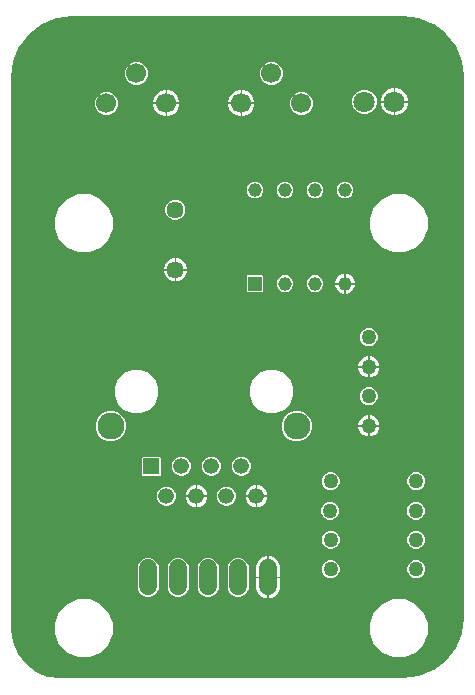
<source format=gbr>
G04 EAGLE Gerber RS-274X export*
G75*
%MOMM*%
%FSLAX34Y34*%
%LPD*%
%INBottom Copper*%
%IPPOS*%
%AMOC8*
5,1,8,0,0,1.08239X$1,22.5*%
G01*
G04 Define Apertures*
%ADD10C,1.800000*%
%ADD11C,1.260000*%
%ADD12C,1.524000*%
%ADD13C,1.700000*%
%ADD14C,2.280000*%
%ADD15R,1.335000X1.335000*%
%ADD16C,1.335000*%
%ADD17C,1.450000*%
%ADD18R,1.170000X1.170000*%
%ADD19C,1.170000*%
G36*
X314768Y2039D02*
X314669Y2032D01*
X24310Y2032D01*
X24211Y2039D01*
X13712Y3421D01*
X13519Y3472D01*
X3736Y7525D01*
X3563Y7624D01*
X-4838Y14071D01*
X-4979Y14212D01*
X-11426Y22613D01*
X-11525Y22786D01*
X-15578Y32569D01*
X-15629Y32762D01*
X-17011Y43261D01*
X-17018Y43360D01*
X-17018Y511475D01*
X-17011Y511575D01*
X-15282Y524711D01*
X-15231Y524903D01*
X-10160Y537145D01*
X-10061Y537317D01*
X-1995Y547829D01*
X-1854Y547970D01*
X8658Y556036D01*
X8830Y556135D01*
X21072Y561206D01*
X21264Y561257D01*
X34400Y562986D01*
X34500Y562993D01*
X314902Y562993D01*
X315001Y562986D01*
X328047Y561269D01*
X328239Y561218D01*
X340395Y556182D01*
X340568Y556083D01*
X351007Y548072D01*
X351147Y547932D01*
X359158Y537493D01*
X359257Y537320D01*
X364293Y525164D01*
X364344Y524972D01*
X366061Y511926D01*
X366068Y511827D01*
X366068Y53431D01*
X366061Y53332D01*
X364336Y40226D01*
X364285Y40034D01*
X359226Y27821D01*
X359126Y27649D01*
X351079Y17161D01*
X350939Y17021D01*
X340451Y8974D01*
X340279Y8874D01*
X328066Y3815D01*
X327874Y3764D01*
X314768Y2039D01*
G37*
%LPC*%
G36*
X201257Y504580D02*
X205143Y504580D01*
X208734Y506067D01*
X211483Y508816D01*
X212970Y512407D01*
X212970Y516293D01*
X211483Y519884D01*
X208734Y522633D01*
X205143Y524120D01*
X201257Y524120D01*
X197666Y522633D01*
X194917Y519884D01*
X193430Y516293D01*
X193430Y512407D01*
X194917Y508816D01*
X197666Y506067D01*
X201257Y504580D01*
G37*
G36*
X86957Y504580D02*
X90843Y504580D01*
X94434Y506067D01*
X97183Y508816D01*
X98670Y512407D01*
X98670Y516293D01*
X97183Y519884D01*
X94434Y522633D01*
X90843Y524120D01*
X86957Y524120D01*
X83366Y522633D01*
X80617Y519884D01*
X79130Y516293D01*
X79130Y512407D01*
X80617Y508816D01*
X83366Y506067D01*
X86957Y504580D01*
G37*
G36*
X295800Y490982D02*
X306578Y490982D01*
X306578Y501760D01*
X305045Y501760D01*
X300803Y500003D01*
X297557Y496757D01*
X295800Y492515D01*
X295800Y490982D01*
G37*
G36*
X308102Y490982D02*
X318880Y490982D01*
X318880Y492515D01*
X317123Y496757D01*
X313877Y500003D01*
X309635Y501760D01*
X308102Y501760D01*
X308102Y490982D01*
G37*
G36*
X279897Y479950D02*
X283983Y479950D01*
X287758Y481514D01*
X290646Y484403D01*
X292210Y488177D01*
X292210Y492263D01*
X290646Y496038D01*
X287758Y498926D01*
X283983Y500490D01*
X279897Y500490D01*
X276123Y498926D01*
X273234Y496038D01*
X271670Y492263D01*
X271670Y488177D01*
X273234Y484403D01*
X276123Y481514D01*
X279897Y479950D01*
G37*
G36*
X166760Y489712D02*
X177038Y489712D01*
X177038Y499990D01*
X175604Y499990D01*
X171546Y498309D01*
X168441Y495204D01*
X166760Y491146D01*
X166760Y489712D01*
G37*
G36*
X103260Y489712D02*
X113538Y489712D01*
X113538Y499990D01*
X112104Y499990D01*
X108046Y498309D01*
X104941Y495204D01*
X103260Y491146D01*
X103260Y489712D01*
G37*
G36*
X115062Y489712D02*
X125340Y489712D01*
X125340Y491146D01*
X123659Y495204D01*
X120554Y498309D01*
X116496Y499990D01*
X115062Y499990D01*
X115062Y489712D01*
G37*
G36*
X178562Y489712D02*
X188840Y489712D01*
X188840Y491146D01*
X187159Y495204D01*
X184054Y498309D01*
X179996Y499990D01*
X178562Y499990D01*
X178562Y489712D01*
G37*
G36*
X226657Y479180D02*
X230543Y479180D01*
X234134Y480667D01*
X236883Y483416D01*
X238370Y487007D01*
X238370Y490893D01*
X236883Y494484D01*
X234134Y497233D01*
X230543Y498720D01*
X226657Y498720D01*
X223066Y497233D01*
X220317Y494484D01*
X218830Y490893D01*
X218830Y487007D01*
X220317Y483416D01*
X223066Y480667D01*
X226657Y479180D01*
G37*
G36*
X61557Y479180D02*
X65443Y479180D01*
X69034Y480667D01*
X71783Y483416D01*
X73270Y487007D01*
X73270Y490893D01*
X71783Y494484D01*
X69034Y497233D01*
X65443Y498720D01*
X61557Y498720D01*
X57966Y497233D01*
X55217Y494484D01*
X53730Y490893D01*
X53730Y487007D01*
X55217Y483416D01*
X57966Y480667D01*
X61557Y479180D01*
G37*
G36*
X308102Y478680D02*
X309635Y478680D01*
X313877Y480437D01*
X317123Y483683D01*
X318880Y487925D01*
X318880Y489458D01*
X308102Y489458D01*
X308102Y478680D01*
G37*
G36*
X305045Y478680D02*
X306578Y478680D01*
X306578Y489458D01*
X295800Y489458D01*
X295800Y487925D01*
X297557Y483683D01*
X300803Y480437D01*
X305045Y478680D01*
G37*
G36*
X178562Y477910D02*
X179996Y477910D01*
X184054Y479591D01*
X187159Y482696D01*
X188840Y486754D01*
X188840Y488188D01*
X178562Y488188D01*
X178562Y477910D01*
G37*
G36*
X175604Y477910D02*
X177038Y477910D01*
X177038Y488188D01*
X166760Y488188D01*
X166760Y486754D01*
X168441Y482696D01*
X171546Y479591D01*
X175604Y477910D01*
G37*
G36*
X115062Y477910D02*
X116496Y477910D01*
X120554Y479591D01*
X123659Y482696D01*
X125340Y486754D01*
X125340Y488188D01*
X115062Y488188D01*
X115062Y477910D01*
G37*
G36*
X112104Y477910D02*
X113538Y477910D01*
X113538Y488188D01*
X103260Y488188D01*
X103260Y486754D01*
X104941Y482696D01*
X108046Y479591D01*
X112104Y477910D01*
G37*
G36*
X264014Y408500D02*
X266846Y408500D01*
X269463Y409584D01*
X271466Y411587D01*
X272550Y414204D01*
X272550Y417036D01*
X271466Y419653D01*
X269463Y421656D01*
X266846Y422740D01*
X264014Y422740D01*
X261397Y421656D01*
X259394Y419653D01*
X258310Y417036D01*
X258310Y414204D01*
X259394Y411587D01*
X261397Y409584D01*
X264014Y408500D01*
G37*
G36*
X238614Y408500D02*
X241446Y408500D01*
X244063Y409584D01*
X246066Y411587D01*
X247150Y414204D01*
X247150Y417036D01*
X246066Y419653D01*
X244063Y421656D01*
X241446Y422740D01*
X238614Y422740D01*
X235997Y421656D01*
X233994Y419653D01*
X232910Y417036D01*
X232910Y414204D01*
X233994Y411587D01*
X235997Y409584D01*
X238614Y408500D01*
G37*
G36*
X213214Y408500D02*
X216046Y408500D01*
X218663Y409584D01*
X220666Y411587D01*
X221750Y414204D01*
X221750Y417036D01*
X220666Y419653D01*
X218663Y421656D01*
X216046Y422740D01*
X213214Y422740D01*
X210597Y421656D01*
X208594Y419653D01*
X207510Y417036D01*
X207510Y414204D01*
X208594Y411587D01*
X210597Y409584D01*
X213214Y408500D01*
G37*
G36*
X187814Y408500D02*
X190646Y408500D01*
X193263Y409584D01*
X195266Y411587D01*
X196350Y414204D01*
X196350Y417036D01*
X195266Y419653D01*
X193263Y421656D01*
X190646Y422740D01*
X187814Y422740D01*
X185197Y421656D01*
X183194Y419653D01*
X182110Y417036D01*
X182110Y414204D01*
X183194Y411587D01*
X185197Y409584D01*
X187814Y408500D01*
G37*
G36*
X306270Y362818D02*
X316030Y362818D01*
X325046Y366553D01*
X331947Y373454D01*
X335682Y382470D01*
X335682Y392230D01*
X331947Y401246D01*
X325046Y408147D01*
X316030Y411882D01*
X306270Y411882D01*
X297254Y408147D01*
X290353Y401246D01*
X286618Y392230D01*
X286618Y382470D01*
X290353Y373454D01*
X297254Y366553D01*
X306270Y362818D01*
G37*
G36*
X39570Y362818D02*
X49330Y362818D01*
X58346Y366553D01*
X65247Y373454D01*
X68982Y382470D01*
X68982Y392230D01*
X65247Y401246D01*
X58346Y408147D01*
X49330Y411882D01*
X39570Y411882D01*
X30554Y408147D01*
X23653Y401246D01*
X19918Y392230D01*
X19918Y382470D01*
X23653Y373454D01*
X30554Y366553D01*
X39570Y362818D01*
G37*
G36*
X120225Y390260D02*
X123615Y390260D01*
X126746Y391557D01*
X129143Y393954D01*
X130440Y397085D01*
X130440Y400475D01*
X129143Y403606D01*
X126746Y406003D01*
X123615Y407300D01*
X120225Y407300D01*
X117094Y406003D01*
X114697Y403606D01*
X113400Y400475D01*
X113400Y397085D01*
X114697Y393954D01*
X117094Y391557D01*
X120225Y390260D01*
G37*
G36*
X112130Y348742D02*
X121158Y348742D01*
X121158Y357770D01*
X119973Y357770D01*
X116374Y356280D01*
X113620Y353526D01*
X112130Y349927D01*
X112130Y348742D01*
G37*
G36*
X122682Y348742D02*
X131710Y348742D01*
X131710Y349927D01*
X130220Y353526D01*
X127466Y356280D01*
X123867Y357770D01*
X122682Y357770D01*
X122682Y348742D01*
G37*
G36*
X122682Y338190D02*
X123867Y338190D01*
X127466Y339680D01*
X130220Y342434D01*
X131710Y346033D01*
X131710Y347218D01*
X122682Y347218D01*
X122682Y338190D01*
G37*
G36*
X119973Y338190D02*
X121158Y338190D01*
X121158Y347218D01*
X112130Y347218D01*
X112130Y346033D01*
X113620Y342434D01*
X116374Y339680D01*
X119973Y338190D01*
G37*
G36*
X257040Y336982D02*
X264668Y336982D01*
X264668Y344610D01*
X263761Y344610D01*
X260677Y343333D01*
X258317Y340973D01*
X257040Y337889D01*
X257040Y336982D01*
G37*
G36*
X266192Y336982D02*
X273820Y336982D01*
X273820Y337889D01*
X272543Y340973D01*
X270183Y343333D01*
X267099Y344610D01*
X266192Y344610D01*
X266192Y336982D01*
G37*
G36*
X238614Y329100D02*
X241446Y329100D01*
X244063Y330184D01*
X246066Y332187D01*
X247150Y334804D01*
X247150Y337636D01*
X246066Y340253D01*
X244063Y342256D01*
X241446Y343340D01*
X238614Y343340D01*
X235997Y342256D01*
X233994Y340253D01*
X232910Y337636D01*
X232910Y334804D01*
X233994Y332187D01*
X235997Y330184D01*
X238614Y329100D01*
G37*
G36*
X213214Y329100D02*
X216046Y329100D01*
X218663Y330184D01*
X220666Y332187D01*
X221750Y334804D01*
X221750Y337636D01*
X220666Y340253D01*
X218663Y342256D01*
X216046Y343340D01*
X213214Y343340D01*
X210597Y342256D01*
X208594Y340253D01*
X207510Y337636D01*
X207510Y334804D01*
X208594Y332187D01*
X210597Y330184D01*
X213214Y329100D01*
G37*
G36*
X182854Y329100D02*
X195606Y329100D01*
X196350Y329844D01*
X196350Y342596D01*
X195606Y343340D01*
X182854Y343340D01*
X182110Y342596D01*
X182110Y329844D01*
X182854Y329100D01*
G37*
G36*
X266192Y327830D02*
X267099Y327830D01*
X270183Y329107D01*
X272543Y331467D01*
X273820Y334551D01*
X273820Y335458D01*
X266192Y335458D01*
X266192Y327830D01*
G37*
G36*
X263761Y327830D02*
X264668Y327830D01*
X264668Y335458D01*
X257040Y335458D01*
X257040Y334551D01*
X258317Y331467D01*
X260677Y329107D01*
X263761Y327830D01*
G37*
G36*
X284244Y283260D02*
X287256Y283260D01*
X290038Y284412D01*
X292168Y286542D01*
X293320Y289324D01*
X293320Y292336D01*
X292168Y295118D01*
X290038Y297248D01*
X287256Y298400D01*
X284244Y298400D01*
X281462Y297248D01*
X279332Y295118D01*
X278180Y292336D01*
X278180Y289324D01*
X279332Y286542D01*
X281462Y284412D01*
X284244Y283260D01*
G37*
G36*
X276910Y266592D02*
X284988Y266592D01*
X284988Y274670D01*
X283992Y274670D01*
X280743Y273324D01*
X278256Y270837D01*
X276910Y267588D01*
X276910Y266592D01*
G37*
G36*
X286512Y266592D02*
X294590Y266592D01*
X294590Y267588D01*
X293244Y270837D01*
X290757Y273324D01*
X287508Y274670D01*
X286512Y274670D01*
X286512Y266592D01*
G37*
G36*
X286512Y256990D02*
X287508Y256990D01*
X290757Y258336D01*
X293244Y260823D01*
X294590Y264072D01*
X294590Y265068D01*
X286512Y265068D01*
X286512Y256990D01*
G37*
G36*
X283992Y256990D02*
X284988Y256990D01*
X284988Y265068D01*
X276910Y265068D01*
X276910Y264072D01*
X278256Y260823D01*
X280743Y258336D01*
X283992Y256990D01*
G37*
G36*
X199563Y226828D02*
X206837Y226828D01*
X213556Y229611D01*
X218699Y234754D01*
X221482Y241473D01*
X221482Y248747D01*
X218699Y255466D01*
X213556Y260609D01*
X206837Y263392D01*
X199563Y263392D01*
X192844Y260609D01*
X187701Y255466D01*
X184918Y248747D01*
X184918Y241473D01*
X187701Y234754D01*
X192844Y229611D01*
X199563Y226828D01*
G37*
G36*
X85263Y226828D02*
X92537Y226828D01*
X99256Y229611D01*
X104399Y234754D01*
X107182Y241473D01*
X107182Y248747D01*
X104399Y255466D01*
X99256Y260609D01*
X92537Y263392D01*
X85263Y263392D01*
X78544Y260609D01*
X73401Y255466D01*
X70618Y248747D01*
X70618Y241473D01*
X73401Y234754D01*
X78544Y229611D01*
X85263Y226828D01*
G37*
G36*
X284244Y233260D02*
X287256Y233260D01*
X290038Y234412D01*
X292168Y236542D01*
X293320Y239324D01*
X293320Y242336D01*
X292168Y245118D01*
X290038Y247248D01*
X287256Y248400D01*
X284244Y248400D01*
X281462Y247248D01*
X279332Y245118D01*
X278180Y242336D01*
X278180Y239324D01*
X279332Y236542D01*
X281462Y234412D01*
X284244Y233260D01*
G37*
G36*
X222280Y202940D02*
X227320Y202940D01*
X231977Y204869D01*
X235541Y208433D01*
X237470Y213090D01*
X237470Y218130D01*
X235541Y222787D01*
X231977Y226351D01*
X227320Y228280D01*
X222280Y228280D01*
X217623Y226351D01*
X214059Y222787D01*
X212130Y218130D01*
X212130Y213090D01*
X214059Y208433D01*
X217623Y204869D01*
X222280Y202940D01*
G37*
G36*
X64780Y202940D02*
X69820Y202940D01*
X74477Y204869D01*
X78041Y208433D01*
X79970Y213090D01*
X79970Y218130D01*
X78041Y222787D01*
X74477Y226351D01*
X69820Y228280D01*
X64780Y228280D01*
X60123Y226351D01*
X56559Y222787D01*
X54630Y218130D01*
X54630Y213090D01*
X56559Y208433D01*
X60123Y204869D01*
X64780Y202940D01*
G37*
G36*
X276910Y216592D02*
X284988Y216592D01*
X284988Y224670D01*
X283992Y224670D01*
X280743Y223324D01*
X278256Y220837D01*
X276910Y217588D01*
X276910Y216592D01*
G37*
G36*
X286512Y216592D02*
X294590Y216592D01*
X294590Y217588D01*
X293244Y220837D01*
X290757Y223324D01*
X287508Y224670D01*
X286512Y224670D01*
X286512Y216592D01*
G37*
G36*
X286512Y206990D02*
X287508Y206990D01*
X290757Y208336D01*
X293244Y210823D01*
X294590Y214072D01*
X294590Y215068D01*
X286512Y215068D01*
X286512Y206990D01*
G37*
G36*
X283992Y206990D02*
X284988Y206990D01*
X284988Y215068D01*
X276910Y215068D01*
X276910Y214072D01*
X278256Y210823D01*
X280743Y208336D01*
X283992Y206990D01*
G37*
G36*
X125420Y173665D02*
X128580Y173665D01*
X131501Y174875D01*
X133735Y177110D01*
X134945Y180030D01*
X134945Y183190D01*
X133735Y186111D01*
X131501Y188345D01*
X128580Y189555D01*
X125420Y189555D01*
X122500Y188345D01*
X120265Y186111D01*
X119055Y183190D01*
X119055Y180030D01*
X120265Y177110D01*
X122500Y174875D01*
X125420Y173665D01*
G37*
G36*
X94399Y173665D02*
X108801Y173665D01*
X109545Y174409D01*
X109545Y188811D01*
X108801Y189555D01*
X94399Y189555D01*
X93655Y188811D01*
X93655Y174409D01*
X94399Y173665D01*
G37*
G36*
X150820Y173665D02*
X153980Y173665D01*
X156901Y174875D01*
X159135Y177110D01*
X160345Y180030D01*
X160345Y183190D01*
X159135Y186111D01*
X156901Y188345D01*
X153980Y189555D01*
X150820Y189555D01*
X147900Y188345D01*
X145665Y186111D01*
X144455Y183190D01*
X144455Y180030D01*
X145665Y177110D01*
X147900Y174875D01*
X150820Y173665D01*
G37*
G36*
X176220Y173665D02*
X179380Y173665D01*
X182301Y174875D01*
X184535Y177110D01*
X185745Y180030D01*
X185745Y183190D01*
X184535Y186111D01*
X182301Y188345D01*
X179380Y189555D01*
X176220Y189555D01*
X173300Y188345D01*
X171065Y186111D01*
X169855Y183190D01*
X169855Y180030D01*
X171065Y177110D01*
X173300Y174875D01*
X176220Y173665D01*
G37*
G36*
X251854Y161340D02*
X254866Y161340D01*
X257648Y162492D01*
X259778Y164622D01*
X260930Y167404D01*
X260930Y170416D01*
X259778Y173198D01*
X257648Y175328D01*
X254866Y176480D01*
X251854Y176480D01*
X249072Y175328D01*
X246942Y173198D01*
X245790Y170416D01*
X245790Y167404D01*
X246942Y164622D01*
X249072Y162492D01*
X251854Y161340D01*
G37*
G36*
X324254Y161340D02*
X327266Y161340D01*
X330048Y162492D01*
X332178Y164622D01*
X333330Y167404D01*
X333330Y170416D01*
X332178Y173198D01*
X330048Y175328D01*
X327266Y176480D01*
X324254Y176480D01*
X321472Y175328D01*
X319342Y173198D01*
X318190Y170416D01*
X318190Y167404D01*
X319342Y164622D01*
X321472Y162492D01*
X324254Y161340D01*
G37*
G36*
X130485Y156972D02*
X138938Y156972D01*
X138938Y165425D01*
X137867Y165425D01*
X134480Y164022D01*
X131888Y161430D01*
X130485Y158043D01*
X130485Y156972D01*
G37*
G36*
X181285Y156972D02*
X189738Y156972D01*
X189738Y165425D01*
X188667Y165425D01*
X185280Y164022D01*
X182688Y161430D01*
X181285Y158043D01*
X181285Y156972D01*
G37*
G36*
X191262Y156972D02*
X199715Y156972D01*
X199715Y158043D01*
X198312Y161430D01*
X195720Y164022D01*
X192333Y165425D01*
X191262Y165425D01*
X191262Y156972D01*
G37*
G36*
X140462Y156972D02*
X148915Y156972D01*
X148915Y158043D01*
X147512Y161430D01*
X144920Y164022D01*
X141533Y165425D01*
X140462Y165425D01*
X140462Y156972D01*
G37*
G36*
X163520Y148265D02*
X166680Y148265D01*
X169601Y149475D01*
X171835Y151710D01*
X173045Y154630D01*
X173045Y157790D01*
X171835Y160711D01*
X169601Y162945D01*
X166680Y164155D01*
X163520Y164155D01*
X160600Y162945D01*
X158365Y160711D01*
X157155Y157790D01*
X157155Y154630D01*
X158365Y151710D01*
X160600Y149475D01*
X163520Y148265D01*
G37*
G36*
X112720Y148265D02*
X115880Y148265D01*
X118801Y149475D01*
X121035Y151710D01*
X122245Y154630D01*
X122245Y157790D01*
X121035Y160711D01*
X118801Y162945D01*
X115880Y164155D01*
X112720Y164155D01*
X109800Y162945D01*
X107565Y160711D01*
X106355Y157790D01*
X106355Y154630D01*
X107565Y151710D01*
X109800Y149475D01*
X112720Y148265D01*
G37*
G36*
X191262Y146995D02*
X192333Y146995D01*
X195720Y148398D01*
X198312Y150990D01*
X199715Y154377D01*
X199715Y155448D01*
X191262Y155448D01*
X191262Y146995D01*
G37*
G36*
X188667Y146995D02*
X189738Y146995D01*
X189738Y155448D01*
X181285Y155448D01*
X181285Y154377D01*
X182688Y150990D01*
X185280Y148398D01*
X188667Y146995D01*
G37*
G36*
X140462Y146995D02*
X141533Y146995D01*
X144920Y148398D01*
X147512Y150990D01*
X148915Y154377D01*
X148915Y155448D01*
X140462Y155448D01*
X140462Y146995D01*
G37*
G36*
X137867Y146995D02*
X138938Y146995D01*
X138938Y155448D01*
X130485Y155448D01*
X130485Y154377D01*
X131888Y150990D01*
X134480Y148398D01*
X137867Y146995D01*
G37*
G36*
X323902Y136292D02*
X326914Y136292D01*
X329696Y137444D01*
X331826Y139574D01*
X332978Y142356D01*
X332978Y145368D01*
X331826Y148150D01*
X329696Y150280D01*
X326914Y151432D01*
X323902Y151432D01*
X321120Y150280D01*
X318990Y148150D01*
X317838Y145368D01*
X317838Y142356D01*
X318990Y139574D01*
X321120Y137444D01*
X323902Y136292D01*
G37*
G36*
X251502Y136292D02*
X254514Y136292D01*
X257296Y137444D01*
X259426Y139574D01*
X260578Y142356D01*
X260578Y145368D01*
X259426Y148150D01*
X257296Y150280D01*
X254514Y151432D01*
X251502Y151432D01*
X248720Y150280D01*
X246590Y148150D01*
X245438Y145368D01*
X245438Y142356D01*
X246590Y139574D01*
X248720Y137444D01*
X251502Y136292D01*
G37*
G36*
X324254Y111810D02*
X327266Y111810D01*
X330048Y112962D01*
X332178Y115092D01*
X333330Y117874D01*
X333330Y120886D01*
X332178Y123668D01*
X330048Y125798D01*
X327266Y126950D01*
X324254Y126950D01*
X321472Y125798D01*
X319342Y123668D01*
X318190Y120886D01*
X318190Y117874D01*
X319342Y115092D01*
X321472Y112962D01*
X324254Y111810D01*
G37*
G36*
X251854Y111810D02*
X254866Y111810D01*
X257648Y112962D01*
X259778Y115092D01*
X260930Y117874D01*
X260930Y120886D01*
X259778Y123668D01*
X257648Y125798D01*
X254866Y126950D01*
X251854Y126950D01*
X249072Y125798D01*
X246942Y123668D01*
X245790Y120886D01*
X245790Y117874D01*
X246942Y115092D01*
X249072Y112962D01*
X251854Y111810D01*
G37*
G36*
X190375Y88267D02*
X199773Y88267D01*
X199773Y105285D01*
X198514Y105285D01*
X194780Y103738D01*
X191922Y100880D01*
X190375Y97146D01*
X190375Y88267D01*
G37*
G36*
X201297Y88267D02*
X210695Y88267D01*
X210695Y97146D01*
X209148Y100880D01*
X206290Y103738D01*
X202556Y105285D01*
X201297Y105285D01*
X201297Y88267D01*
G37*
G36*
X173367Y70995D02*
X176903Y70995D01*
X180171Y72348D01*
X182672Y74849D01*
X184025Y78117D01*
X184025Y96893D01*
X182672Y100161D01*
X180171Y102662D01*
X176903Y104015D01*
X173367Y104015D01*
X170099Y102662D01*
X167598Y100161D01*
X166245Y96893D01*
X166245Y78117D01*
X167598Y74849D01*
X170099Y72348D01*
X173367Y70995D01*
G37*
G36*
X147967Y70995D02*
X151503Y70995D01*
X154771Y72348D01*
X157272Y74849D01*
X158625Y78117D01*
X158625Y96893D01*
X157272Y100161D01*
X154771Y102662D01*
X151503Y104015D01*
X147967Y104015D01*
X144699Y102662D01*
X142198Y100161D01*
X140845Y96893D01*
X140845Y78117D01*
X142198Y74849D01*
X144699Y72348D01*
X147967Y70995D01*
G37*
G36*
X122567Y70995D02*
X126103Y70995D01*
X129371Y72348D01*
X131872Y74849D01*
X133225Y78117D01*
X133225Y96893D01*
X131872Y100161D01*
X129371Y102662D01*
X126103Y104015D01*
X122567Y104015D01*
X119299Y102662D01*
X116798Y100161D01*
X115445Y96893D01*
X115445Y78117D01*
X116798Y74849D01*
X119299Y72348D01*
X122567Y70995D01*
G37*
G36*
X97167Y70995D02*
X100703Y70995D01*
X103971Y72348D01*
X106472Y74849D01*
X107825Y78117D01*
X107825Y96893D01*
X106472Y100161D01*
X103971Y102662D01*
X100703Y104015D01*
X97167Y104015D01*
X93899Y102662D01*
X91398Y100161D01*
X90045Y96893D01*
X90045Y78117D01*
X91398Y74849D01*
X93899Y72348D01*
X97167Y70995D01*
G37*
G36*
X324254Y86762D02*
X327266Y86762D01*
X330048Y87914D01*
X332178Y90044D01*
X333330Y92826D01*
X333330Y95838D01*
X332178Y98620D01*
X330048Y100750D01*
X327266Y101902D01*
X324254Y101902D01*
X321472Y100750D01*
X319342Y98620D01*
X318190Y95838D01*
X318190Y92826D01*
X319342Y90044D01*
X321472Y87914D01*
X324254Y86762D01*
G37*
G36*
X251854Y86762D02*
X254866Y86762D01*
X257648Y87914D01*
X259778Y90044D01*
X260930Y92826D01*
X260930Y95838D01*
X259778Y98620D01*
X257648Y100750D01*
X254866Y101902D01*
X251854Y101902D01*
X249072Y100750D01*
X246942Y98620D01*
X245790Y95838D01*
X245790Y92826D01*
X246942Y90044D01*
X249072Y87914D01*
X251854Y86762D01*
G37*
G36*
X201297Y69725D02*
X202556Y69725D01*
X206290Y71272D01*
X209148Y74130D01*
X210695Y77864D01*
X210695Y86743D01*
X201297Y86743D01*
X201297Y69725D01*
G37*
G36*
X198514Y69725D02*
X199773Y69725D01*
X199773Y86743D01*
X190375Y86743D01*
X190375Y77864D01*
X191922Y74130D01*
X194780Y71272D01*
X198514Y69725D01*
G37*
G36*
X306270Y19918D02*
X316030Y19918D01*
X325046Y23653D01*
X331947Y30554D01*
X335682Y39570D01*
X335682Y49330D01*
X331947Y58346D01*
X325046Y65247D01*
X316030Y68982D01*
X306270Y68982D01*
X297254Y65247D01*
X290353Y58346D01*
X286618Y49330D01*
X286618Y39570D01*
X290353Y30554D01*
X297254Y23653D01*
X306270Y19918D01*
G37*
G36*
X39570Y19918D02*
X49330Y19918D01*
X58346Y23653D01*
X65247Y30554D01*
X68982Y39570D01*
X68982Y49330D01*
X65247Y58346D01*
X58346Y65247D01*
X49330Y68982D01*
X39570Y68982D01*
X30554Y65247D01*
X23653Y58346D01*
X19918Y49330D01*
X19918Y39570D01*
X23653Y30554D01*
X30554Y23653D01*
X39570Y19918D01*
G37*
%LPD*%
D10*
X307340Y490220D03*
X281940Y490220D03*
D11*
X285750Y290830D03*
X285750Y265830D03*
X285750Y240830D03*
X285750Y215830D03*
D12*
X200535Y95125D02*
X200535Y79885D01*
X175135Y79885D02*
X175135Y95125D01*
X149735Y95125D02*
X149735Y79885D01*
X124335Y79885D02*
X124335Y95125D01*
X98935Y95125D02*
X98935Y79885D01*
D13*
X228600Y488950D03*
X203200Y514350D03*
X177800Y488950D03*
D14*
X67300Y215610D03*
X224800Y215610D03*
D15*
X101600Y181610D03*
D16*
X114300Y156210D03*
X127000Y181610D03*
X139700Y156210D03*
X152400Y181610D03*
X165100Y156210D03*
X177800Y181610D03*
X190500Y156210D03*
D13*
X114300Y488950D03*
X88900Y514350D03*
X63500Y488950D03*
D11*
X253360Y94332D03*
X325760Y94332D03*
X325760Y119380D03*
X253360Y119380D03*
X325408Y143862D03*
X253008Y143862D03*
D17*
X121920Y398780D03*
X121920Y347980D03*
D11*
X325760Y168910D03*
X253360Y168910D03*
D18*
X189230Y336220D03*
D19*
X214630Y336220D03*
X240030Y336220D03*
X265430Y336220D03*
X265430Y415620D03*
X240030Y415620D03*
X214630Y415620D03*
X189230Y415620D03*
M02*

</source>
